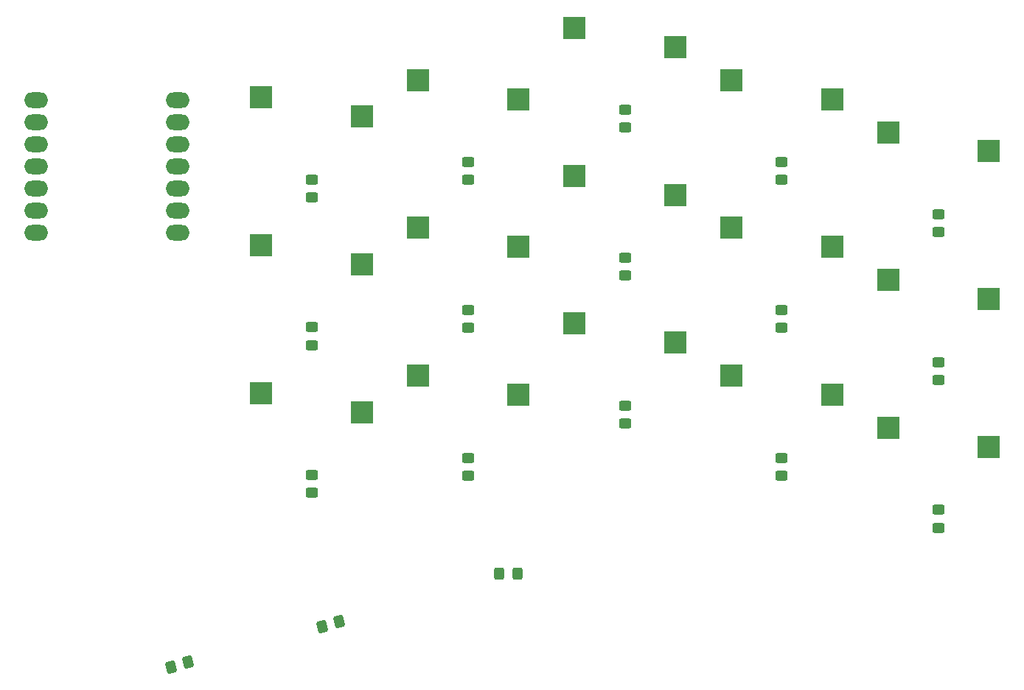
<source format=gbr>
%TF.GenerationSoftware,KiCad,Pcbnew,6.0.7*%
%TF.CreationDate,2023-01-29T15:54:58+00:00*%
%TF.ProjectId,rknt36-rounded,726b6e74-3336-42d7-926f-756e6465642e,rev?*%
%TF.SameCoordinates,Original*%
%TF.FileFunction,Paste,Bot*%
%TF.FilePolarity,Positive*%
%FSLAX46Y46*%
G04 Gerber Fmt 4.6, Leading zero omitted, Abs format (unit mm)*
G04 Created by KiCad (PCBNEW 6.0.7) date 2023-01-29 15:54:58*
%MOMM*%
%LPD*%
G01*
G04 APERTURE LIST*
G04 Aperture macros list*
%AMRoundRect*
0 Rectangle with rounded corners*
0 $1 Rounding radius*
0 $2 $3 $4 $5 $6 $7 $8 $9 X,Y pos of 4 corners*
0 Add a 4 corners polygon primitive as box body*
4,1,4,$2,$3,$4,$5,$6,$7,$8,$9,$2,$3,0*
0 Add four circle primitives for the rounded corners*
1,1,$1+$1,$2,$3*
1,1,$1+$1,$4,$5*
1,1,$1+$1,$6,$7*
1,1,$1+$1,$8,$9*
0 Add four rect primitives between the rounded corners*
20,1,$1+$1,$2,$3,$4,$5,0*
20,1,$1+$1,$4,$5,$6,$7,0*
20,1,$1+$1,$6,$7,$8,$9,0*
20,1,$1+$1,$8,$9,$2,$3,0*%
G04 Aperture macros list end*
%ADD10R,2.600000X2.600000*%
%ADD11RoundRect,0.250000X0.450000X-0.325000X0.450000X0.325000X-0.450000X0.325000X-0.450000X-0.325000X0*%
%ADD12RoundRect,0.250000X0.325000X0.450000X-0.325000X0.450000X-0.325000X-0.450000X0.325000X-0.450000X0*%
%ADD13O,2.750000X1.800000*%
%ADD14RoundRect,0.250000X0.197457X0.518783X-0.430394X0.350550X-0.197457X-0.518783X0.430394X-0.350550X0*%
G04 APERTURE END LIST*
D10*
%TO.C,SW9*%
X164725000Y-66050000D03*
X176275000Y-68250000D03*
%TD*%
%TO.C,SW15*%
X182725000Y-89050000D03*
X194275000Y-91250000D03*
%TD*%
%TO.C,SW14*%
X164725000Y-83050000D03*
X176275000Y-85250000D03*
%TD*%
%TO.C,SW6*%
X110725000Y-68050000D03*
X122275000Y-70250000D03*
%TD*%
%TO.C,SW4*%
X164725000Y-49050000D03*
X176275000Y-51250000D03*
%TD*%
%TO.C,SW13*%
X146725000Y-77050000D03*
X158275000Y-79250000D03*
%TD*%
%TO.C,SW8*%
X146725000Y-60050000D03*
X158275000Y-62250000D03*
%TD*%
%TO.C,SW3*%
X146725000Y-43050000D03*
X158275000Y-45250000D03*
%TD*%
%TO.C,SW1*%
X110725000Y-51050000D03*
X122275000Y-53250000D03*
%TD*%
%TO.C,SW12*%
X128725000Y-83050000D03*
X140275000Y-85250000D03*
%TD*%
%TO.C,SW5*%
X182725000Y-55050000D03*
X194275000Y-57250000D03*
%TD*%
%TO.C,SW10*%
X182725000Y-72050000D03*
X194275000Y-74250000D03*
%TD*%
%TO.C,SW2*%
X128725000Y-49050000D03*
X140275000Y-51250000D03*
%TD*%
%TO.C,SW11*%
X110725000Y-85050000D03*
X122275000Y-87250000D03*
%TD*%
%TO.C,SW7*%
X128725000Y-66050000D03*
X140275000Y-68250000D03*
%TD*%
D11*
%TO.C,D12*%
X116500000Y-79525000D03*
X116500000Y-77475000D03*
%TD*%
%TO.C,D18*%
X170500000Y-77525000D03*
X170500000Y-75475000D03*
%TD*%
D12*
%TO.C,D36*%
X140125000Y-105800000D03*
X138075000Y-105800000D03*
%TD*%
D11*
%TO.C,D14*%
X134500000Y-77525000D03*
X134500000Y-75475000D03*
%TD*%
%TO.C,D30*%
X188500000Y-100525000D03*
X188500000Y-98475000D03*
%TD*%
%TO.C,D8*%
X170500000Y-60525000D03*
X170500000Y-58475000D03*
%TD*%
%TO.C,D6*%
X152500000Y-54525000D03*
X152500000Y-52475000D03*
%TD*%
D13*
%TO.C,U2*%
X101094960Y-51380000D03*
X101094960Y-53920000D03*
X101094960Y-56460000D03*
X101094960Y-59000000D03*
X101094960Y-61540000D03*
X101094960Y-64080000D03*
X101094960Y-66620000D03*
X84905040Y-66620000D03*
X84905040Y-64080000D03*
X84905040Y-61540000D03*
X84905040Y-59000000D03*
X84905040Y-56460000D03*
X84905040Y-53920000D03*
X84905040Y-51380000D03*
%TD*%
D11*
%TO.C,D10*%
X188500000Y-66525000D03*
X188500000Y-64475000D03*
%TD*%
%TO.C,D28*%
X170500000Y-94525000D03*
X170500000Y-92475000D03*
%TD*%
%TO.C,D4*%
X134500000Y-60525000D03*
X134500000Y-58475000D03*
%TD*%
%TO.C,D26*%
X152500000Y-88525000D03*
X152500000Y-86475000D03*
%TD*%
%TO.C,D22*%
X116500000Y-96525000D03*
X116500000Y-94475000D03*
%TD*%
%TO.C,D2*%
X116500000Y-62525000D03*
X116500000Y-60475000D03*
%TD*%
%TO.C,D16*%
X152500000Y-71525000D03*
X152500000Y-69475000D03*
%TD*%
D14*
%TO.C,D34*%
X119713617Y-111336933D03*
X117733469Y-111867513D03*
%TD*%
%TO.C,D32*%
X102326952Y-115995675D03*
X100346804Y-116526255D03*
%TD*%
D11*
%TO.C,D24*%
X134500000Y-94525000D03*
X134500000Y-92475000D03*
%TD*%
%TO.C,D20*%
X188500000Y-83525000D03*
X188500000Y-81475000D03*
%TD*%
M02*

</source>
